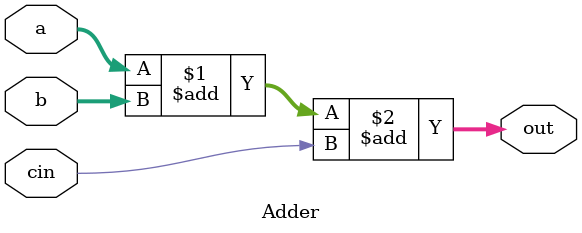
<source format=v>
`timescale 1ns / 1ps


module Adder(
    input cin,
    input [31:0] a,
    input [31:0] b,
    output [31:0] out
    );
    
    assign out = a + b + cin;
    
endmodule

</source>
